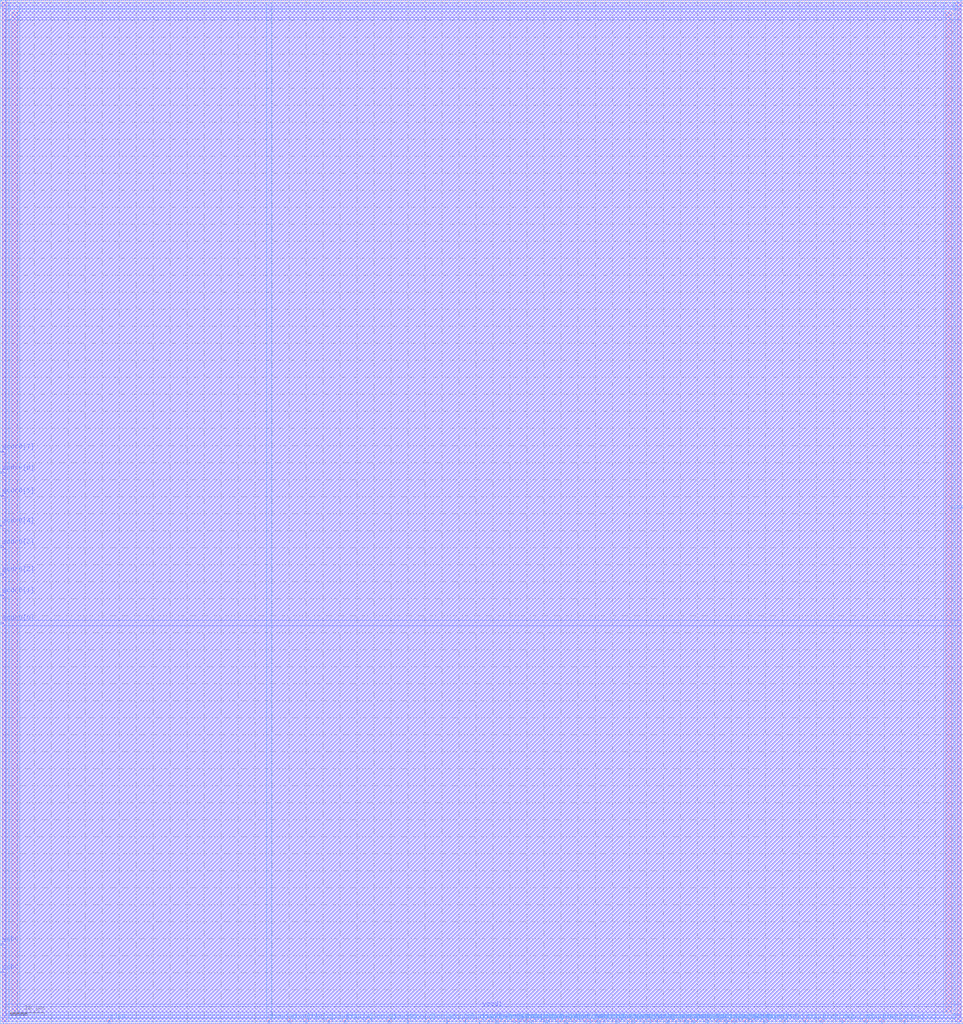
<source format=lef>
VERSION 5.4 ;
NAMESCASESENSITIVE ON ;
BUSBITCHARS "[]" ;
DIVIDERCHAR "/" ;
UNITS
  DATABASE MICRONS 2000 ;
END UNITS
MACRO sram_l1veri
   CLASS BLOCK ;
   SIZE 283.26 BY 300.94 ;
   SYMMETRY X Y R90 ;
   PIN din0[0]
      DIRECTION INPUT ;
      PORT
         LAYER met4 ;
         RECT  78.88 0.0 79.26 1.06 ;
      END
   END din0[0]
   PIN din0[1]
      DIRECTION INPUT ;
      PORT
         LAYER met4 ;
         RECT  85.0 0.0 85.38 1.06 ;
      END
   END din0[1]
   PIN din0[2]
      DIRECTION INPUT ;
      PORT
         LAYER met4 ;
         RECT  89.76 0.0 90.14 1.06 ;
      END
   END din0[2]
   PIN din0[3]
      DIRECTION INPUT ;
      PORT
         LAYER met4 ;
         RECT  96.56 0.0 96.94 1.06 ;
      END
   END din0[3]
   PIN din0[4]
      DIRECTION INPUT ;
      PORT
         LAYER met4 ;
         RECT  101.32 0.0 101.7 1.06 ;
      END
   END din0[4]
   PIN din0[5]
      DIRECTION INPUT ;
      PORT
         LAYER met4 ;
         RECT  108.12 0.0 108.5 1.06 ;
      END
   END din0[5]
   PIN din0[6]
      DIRECTION INPUT ;
      PORT
         LAYER met4 ;
         RECT  114.24 0.0 114.62 1.06 ;
      END
   END din0[6]
   PIN din0[7]
      DIRECTION INPUT ;
      PORT
         LAYER met4 ;
         RECT  119.68 0.0 120.06 1.06 ;
      END
   END din0[7]
   PIN din0[8]
      DIRECTION INPUT ;
      PORT
         LAYER met4 ;
         RECT  125.8 0.0 126.18 1.06 ;
      END
   END din0[8]
   PIN din0[9]
      DIRECTION INPUT ;
      PORT
         LAYER met4 ;
         RECT  131.24 0.0 131.62 1.06 ;
      END
   END din0[9]
   PIN din0[10]
      DIRECTION INPUT ;
      PORT
         LAYER met4 ;
         RECT  136.68 0.0 137.06 1.06 ;
      END
   END din0[10]
   PIN din0[11]
      DIRECTION INPUT ;
      PORT
         LAYER met4 ;
         RECT  143.48 0.0 143.86 1.06 ;
      END
   END din0[11]
   PIN din0[12]
      DIRECTION INPUT ;
      PORT
         LAYER met4 ;
         RECT  148.24 0.0 148.62 1.06 ;
      END
   END din0[12]
   PIN din0[13]
      DIRECTION INPUT ;
      PORT
         LAYER met4 ;
         RECT  154.36 0.0 154.74 1.06 ;
      END
   END din0[13]
   PIN din0[14]
      DIRECTION INPUT ;
      PORT
         LAYER met4 ;
         RECT  159.8 0.0 160.18 1.06 ;
      END
   END din0[14]
   PIN din0[15]
      DIRECTION INPUT ;
      PORT
         LAYER met4 ;
         RECT  165.92 0.0 166.3 1.06 ;
      END
   END din0[15]
   PIN din0[16]
      DIRECTION INPUT ;
      PORT
         LAYER met4 ;
         RECT  172.04 0.0 172.42 1.06 ;
      END
   END din0[16]
   PIN din0[17]
      DIRECTION INPUT ;
      PORT
         LAYER met4 ;
         RECT  177.48 0.0 177.86 1.06 ;
      END
   END din0[17]
   PIN din0[18]
      DIRECTION INPUT ;
      PORT
         LAYER met4 ;
         RECT  184.28 0.0 184.66 1.06 ;
      END
   END din0[18]
   PIN din0[19]
      DIRECTION INPUT ;
      PORT
         LAYER met4 ;
         RECT  189.04 0.0 189.42 1.06 ;
      END
   END din0[19]
   PIN din0[20]
      DIRECTION INPUT ;
      PORT
         LAYER met4 ;
         RECT  195.84 0.0 196.22 1.06 ;
      END
   END din0[20]
   PIN din0[21]
      DIRECTION INPUT ;
      PORT
         LAYER met4 ;
         RECT  201.96 0.0 202.34 1.06 ;
      END
   END din0[21]
   PIN din0[22]
      DIRECTION INPUT ;
      PORT
         LAYER met4 ;
         RECT  207.4 0.0 207.78 1.06 ;
      END
   END din0[22]
   PIN din0[23]
      DIRECTION INPUT ;
      PORT
         LAYER met4 ;
         RECT  212.84 0.0 213.22 1.06 ;
      END
   END din0[23]
   PIN din0[24]
      DIRECTION INPUT ;
      PORT
         LAYER met4 ;
         RECT  218.96 0.0 219.34 1.06 ;
      END
   END din0[24]
   PIN din0[25]
      DIRECTION INPUT ;
      PORT
         LAYER met4 ;
         RECT  225.08 0.0 225.46 1.06 ;
      END
   END din0[25]
   PIN din0[26]
      DIRECTION INPUT ;
      PORT
         LAYER met4 ;
         RECT  230.52 0.0 230.9 1.06 ;
      END
   END din0[26]
   PIN din0[27]
      DIRECTION INPUT ;
      PORT
         LAYER met4 ;
         RECT  236.64 0.0 237.02 1.06 ;
      END
   END din0[27]
   PIN din0[28]
      DIRECTION INPUT ;
      PORT
         LAYER met4 ;
         RECT  241.4 0.0 241.78 1.06 ;
      END
   END din0[28]
   PIN din0[29]
      DIRECTION INPUT ;
      PORT
         LAYER met4 ;
         RECT  247.52 0.0 247.9 1.06 ;
      END
   END din0[29]
   PIN din0[30]
      DIRECTION INPUT ;
      PORT
         LAYER met4 ;
         RECT  254.32 0.0 254.7 1.06 ;
      END
   END din0[30]
   PIN din0[31]
      DIRECTION INPUT ;
      PORT
         LAYER met4 ;
         RECT  259.08 0.0 259.46 1.06 ;
      END
   END din0[31]
   PIN din0[32]
      DIRECTION INPUT ;
      PORT
         LAYER met4 ;
         RECT  265.88 0.0 266.26 1.06 ;
      END
   END din0[32]
   PIN addr0[0]
      DIRECTION INPUT ;
      PORT
         LAYER met3 ;
         RECT  0.0 117.64 1.06 118.02 ;
      END
   END addr0[0]
   PIN addr0[1]
      DIRECTION INPUT ;
      PORT
         LAYER met3 ;
         RECT  0.0 125.8 1.06 126.18 ;
      END
   END addr0[1]
   PIN addr0[2]
      DIRECTION INPUT ;
      PORT
         LAYER met3 ;
         RECT  0.0 131.92 1.06 132.3 ;
      END
   END addr0[2]
   PIN addr0[3]
      DIRECTION INPUT ;
      PORT
         LAYER met3 ;
         RECT  0.0 140.08 1.06 140.46 ;
      END
   END addr0[3]
   PIN addr0[4]
      DIRECTION INPUT ;
      PORT
         LAYER met3 ;
         RECT  0.0 146.2 1.06 146.58 ;
      END
   END addr0[4]
   PIN addr0[5]
      DIRECTION INPUT ;
      PORT
         LAYER met3 ;
         RECT  0.0 155.04 1.06 155.42 ;
      END
   END addr0[5]
   PIN addr0[6]
      DIRECTION INPUT ;
      PORT
         LAYER met3 ;
         RECT  0.0 161.84 1.06 162.22 ;
      END
   END addr0[6]
   PIN addr0[7]
      DIRECTION INPUT ;
      PORT
         LAYER met3 ;
         RECT  0.0 167.96 1.06 168.34 ;
      END
   END addr0[7]
   PIN csb0
      DIRECTION INPUT ;
      PORT
         LAYER met3 ;
         RECT  0.0 14.96 1.06 15.34 ;
      END
   END csb0
   PIN web0
      DIRECTION INPUT ;
      PORT
         LAYER met3 ;
         RECT  0.0 23.12 1.06 23.5 ;
      END
   END web0
   PIN clk0
      DIRECTION INPUT ;
      PORT
         LAYER met4 ;
         RECT  31.96 0.0 32.34 1.06 ;
      END
   END clk0
   PIN dout0[0]
      DIRECTION OUTPUT ;
      PORT
         LAYER met4 ;
         RECT  140.76 0.0 141.14 1.06 ;
      END
   END dout0[0]
   PIN dout0[1]
      DIRECTION OUTPUT ;
      PORT
         LAYER met4 ;
         RECT  145.52 0.0 145.9 1.06 ;
      END
   END dout0[1]
   PIN dout0[2]
      DIRECTION OUTPUT ;
      PORT
         LAYER met4 ;
         RECT  146.2 0.0 146.58 1.06 ;
      END
   END dout0[2]
   PIN dout0[3]
      DIRECTION OUTPUT ;
      PORT
         LAYER met4 ;
         RECT  150.96 0.0 151.34 1.06 ;
      END
   END dout0[3]
   PIN dout0[4]
      DIRECTION OUTPUT ;
      PORT
         LAYER met4 ;
         RECT  152.32 0.0 152.7 1.06 ;
      END
   END dout0[4]
   PIN dout0[5]
      DIRECTION OUTPUT ;
      PORT
         LAYER met4 ;
         RECT  155.72 0.0 156.1 1.06 ;
      END
   END dout0[5]
   PIN dout0[6]
      DIRECTION OUTPUT ;
      PORT
         LAYER met4 ;
         RECT  156.4 0.0 156.78 1.06 ;
      END
   END dout0[6]
   PIN dout0[7]
      DIRECTION OUTPUT ;
      PORT
         LAYER met4 ;
         RECT  160.48 0.0 160.86 1.06 ;
      END
   END dout0[7]
   PIN dout0[8]
      DIRECTION OUTPUT ;
      PORT
         LAYER met4 ;
         RECT  161.16 0.0 161.54 1.06 ;
      END
   END dout0[8]
   PIN dout0[9]
      DIRECTION OUTPUT ;
      PORT
         LAYER met4 ;
         RECT  163.88 0.0 164.26 1.06 ;
      END
   END dout0[9]
   PIN dout0[10]
      DIRECTION OUTPUT ;
      PORT
         LAYER met4 ;
         RECT  166.6 0.0 166.98 1.06 ;
      END
   END dout0[10]
   PIN dout0[11]
      DIRECTION OUTPUT ;
      PORT
         LAYER met4 ;
         RECT  168.64 0.0 169.02 1.06 ;
      END
   END dout0[11]
   PIN dout0[12]
      DIRECTION OUTPUT ;
      PORT
         LAYER met4 ;
         RECT  173.4 0.0 173.78 1.06 ;
      END
   END dout0[12]
   PIN dout0[13]
      DIRECTION OUTPUT ;
      PORT
         LAYER met4 ;
         RECT  175.44 0.0 175.82 1.06 ;
      END
   END dout0[13]
   PIN dout0[14]
      DIRECTION OUTPUT ;
      PORT
         LAYER met4 ;
         RECT  176.12 0.0 176.5 1.06 ;
      END
   END dout0[14]
   PIN dout0[15]
      DIRECTION OUTPUT ;
      PORT
         LAYER met4 ;
         RECT  180.88 0.0 181.26 1.06 ;
      END
   END dout0[15]
   PIN dout0[16]
      DIRECTION OUTPUT ;
      PORT
         LAYER met4 ;
         RECT  181.56 0.0 181.94 1.06 ;
      END
   END dout0[16]
   PIN dout0[17]
      DIRECTION OUTPUT ;
      PORT
         LAYER met4 ;
         RECT  185.64 0.0 186.02 1.06 ;
      END
   END dout0[17]
   PIN dout0[18]
      DIRECTION OUTPUT ;
      PORT
         LAYER met4 ;
         RECT  186.32 0.0 186.7 1.06 ;
      END
   END dout0[18]
   PIN dout0[19]
      DIRECTION OUTPUT ;
      PORT
         LAYER met4 ;
         RECT  191.08 0.0 191.46 1.06 ;
      END
   END dout0[19]
   PIN dout0[20]
      DIRECTION OUTPUT ;
      PORT
         LAYER met4 ;
         RECT  193.12 0.0 193.5 1.06 ;
      END
   END dout0[20]
   PIN dout0[21]
      DIRECTION OUTPUT ;
      PORT
         LAYER met4 ;
         RECT  196.52 0.0 196.9 1.06 ;
      END
   END dout0[21]
   PIN dout0[22]
      DIRECTION OUTPUT ;
      PORT
         LAYER met4 ;
         RECT  198.56 0.0 198.94 1.06 ;
      END
   END dout0[22]
   PIN dout0[23]
      DIRECTION OUTPUT ;
      PORT
         LAYER met4 ;
         RECT  201.28 0.0 201.66 1.06 ;
      END
   END dout0[23]
   PIN dout0[24]
      DIRECTION OUTPUT ;
      PORT
         LAYER met4 ;
         RECT  203.32 0.0 203.7 1.06 ;
      END
   END dout0[24]
   PIN dout0[25]
      DIRECTION OUTPUT ;
      PORT
         LAYER met4 ;
         RECT  204.0 0.0 204.38 1.06 ;
      END
   END dout0[25]
   PIN dout0[26]
      DIRECTION OUTPUT ;
      PORT
         LAYER met4 ;
         RECT  208.08 0.0 208.46 1.06 ;
      END
   END dout0[26]
   PIN dout0[27]
      DIRECTION OUTPUT ;
      PORT
         LAYER met4 ;
         RECT  210.8 0.0 211.18 1.06 ;
      END
   END dout0[27]
   PIN dout0[28]
      DIRECTION OUTPUT ;
      PORT
         LAYER met4 ;
         RECT  213.52 0.0 213.9 1.06 ;
      END
   END dout0[28]
   PIN dout0[29]
      DIRECTION OUTPUT ;
      PORT
         LAYER met4 ;
         RECT  215.56 0.0 215.94 1.06 ;
      END
   END dout0[29]
   PIN dout0[30]
      DIRECTION OUTPUT ;
      PORT
         LAYER met4 ;
         RECT  216.24 0.0 216.62 1.06 ;
      END
   END dout0[30]
   PIN dout0[31]
      DIRECTION OUTPUT ;
      PORT
         LAYER met4 ;
         RECT  221.0 0.0 221.38 1.06 ;
      END
   END dout0[31]
   PIN dout0[32]
      DIRECTION OUTPUT ;
      PORT
         LAYER met4 ;
         RECT  224.4 0.0 224.78 1.06 ;
      END
   END dout0[32]
   PIN vccd1
      DIRECTION INOUT ;
      USE POWER ; 
      SHAPE ABUTMENT ; 
      PORT
         LAYER met4 ;
         RECT  3.4 3.4 5.14 297.54 ;
         LAYER met3 ;
         RECT  3.4 295.8 279.86 297.54 ;
         LAYER met4 ;
         RECT  278.12 3.4 279.86 297.54 ;
         LAYER met3 ;
         RECT  3.4 3.4 279.86 5.14 ;
      END
   END vccd1
   PIN vssd1
      DIRECTION INOUT ;
      USE GROUND ; 
      SHAPE ABUTMENT ; 
      PORT
         LAYER met4 ;
         RECT  0.0 0.0 1.74 300.94 ;
         LAYER met3 ;
         RECT  0.0 299.2 283.26 300.94 ;
         LAYER met3 ;
         RECT  0.0 0.0 283.26 1.74 ;
         LAYER met4 ;
         RECT  281.52 0.0 283.26 300.94 ;
      END
   END vssd1
   OBS
   LAYER  met1 ;
      RECT  0.62 0.62 282.64 300.32 ;
   LAYER  met2 ;
      RECT  0.62 0.62 282.64 300.32 ;
   LAYER  met3 ;
      RECT  1.66 117.04 282.64 118.62 ;
      RECT  0.62 118.62 1.66 125.2 ;
      RECT  0.62 126.78 1.66 131.32 ;
      RECT  0.62 132.9 1.66 139.48 ;
      RECT  0.62 141.06 1.66 145.6 ;
      RECT  0.62 147.18 1.66 154.44 ;
      RECT  0.62 156.02 1.66 161.24 ;
      RECT  0.62 162.82 1.66 167.36 ;
      RECT  0.62 15.94 1.66 22.52 ;
      RECT  0.62 24.1 1.66 117.04 ;
      RECT  1.66 118.62 2.8 295.2 ;
      RECT  1.66 295.2 2.8 298.14 ;
      RECT  2.8 118.62 280.46 295.2 ;
      RECT  280.46 118.62 282.64 295.2 ;
      RECT  280.46 295.2 282.64 298.14 ;
      RECT  1.66 2.8 2.8 5.74 ;
      RECT  1.66 5.74 2.8 117.04 ;
      RECT  2.8 5.74 280.46 117.04 ;
      RECT  280.46 2.8 282.64 5.74 ;
      RECT  280.46 5.74 282.64 117.04 ;
      RECT  0.62 168.94 1.66 298.6 ;
      RECT  1.66 298.14 2.8 298.6 ;
      RECT  2.8 298.14 280.46 298.6 ;
      RECT  280.46 298.14 282.64 298.6 ;
      RECT  0.62 2.34 1.66 14.36 ;
      RECT  1.66 2.34 2.8 2.8 ;
      RECT  2.8 2.34 280.46 2.8 ;
      RECT  280.46 2.34 282.64 2.8 ;
   LAYER  met4 ;
      RECT  78.28 1.66 79.86 300.32 ;
      RECT  79.86 0.62 84.4 1.66 ;
      RECT  85.98 0.62 89.16 1.66 ;
      RECT  90.74 0.62 95.96 1.66 ;
      RECT  97.54 0.62 100.72 1.66 ;
      RECT  102.3 0.62 107.52 1.66 ;
      RECT  109.1 0.62 113.64 1.66 ;
      RECT  115.22 0.62 119.08 1.66 ;
      RECT  120.66 0.62 125.2 1.66 ;
      RECT  126.78 0.62 130.64 1.66 ;
      RECT  132.22 0.62 136.08 1.66 ;
      RECT  226.06 0.62 229.92 1.66 ;
      RECT  231.5 0.62 236.04 1.66 ;
      RECT  237.62 0.62 240.8 1.66 ;
      RECT  242.38 0.62 246.92 1.66 ;
      RECT  248.5 0.62 253.72 1.66 ;
      RECT  255.3 0.62 258.48 1.66 ;
      RECT  260.06 0.62 265.28 1.66 ;
      RECT  32.94 0.62 78.28 1.66 ;
      RECT  137.66 0.62 140.16 1.66 ;
      RECT  141.74 0.62 142.88 1.66 ;
      RECT  144.46 0.62 144.92 1.66 ;
      RECT  147.18 0.62 147.64 1.66 ;
      RECT  149.22 0.62 150.36 1.66 ;
      RECT  153.3 0.62 153.76 1.66 ;
      RECT  157.38 0.62 159.2 1.66 ;
      RECT  162.14 0.62 163.28 1.66 ;
      RECT  164.86 0.62 165.32 1.66 ;
      RECT  167.58 0.62 168.04 1.66 ;
      RECT  169.62 0.62 171.44 1.66 ;
      RECT  174.38 0.62 174.84 1.66 ;
      RECT  178.46 0.62 180.28 1.66 ;
      RECT  182.54 0.62 183.68 1.66 ;
      RECT  187.3 0.62 188.44 1.66 ;
      RECT  190.02 0.62 190.48 1.66 ;
      RECT  192.06 0.62 192.52 1.66 ;
      RECT  194.1 0.62 195.24 1.66 ;
      RECT  197.5 0.62 197.96 1.66 ;
      RECT  199.54 0.62 200.68 1.66 ;
      RECT  204.98 0.62 206.8 1.66 ;
      RECT  209.06 0.62 210.2 1.66 ;
      RECT  211.78 0.62 212.24 1.66 ;
      RECT  214.5 0.62 214.96 1.66 ;
      RECT  217.22 0.62 218.36 1.66 ;
      RECT  219.94 0.62 220.4 1.66 ;
      RECT  221.98 0.62 223.8 1.66 ;
      RECT  2.8 1.66 5.74 2.8 ;
      RECT  2.8 298.14 5.74 300.32 ;
      RECT  5.74 1.66 78.28 2.8 ;
      RECT  5.74 2.8 78.28 298.14 ;
      RECT  5.74 298.14 78.28 300.32 ;
      RECT  79.86 1.66 277.52 2.8 ;
      RECT  79.86 2.8 277.52 298.14 ;
      RECT  79.86 298.14 277.52 300.32 ;
      RECT  277.52 1.66 280.46 2.8 ;
      RECT  277.52 298.14 280.46 300.32 ;
      RECT  2.34 0.62 31.36 1.66 ;
      RECT  2.34 1.66 2.8 2.8 ;
      RECT  2.34 2.8 2.8 298.14 ;
      RECT  2.34 298.14 2.8 300.32 ;
      RECT  266.86 0.62 280.92 1.66 ;
      RECT  280.46 1.66 280.92 2.8 ;
      RECT  280.46 2.8 280.92 298.14 ;
      RECT  280.46 298.14 280.92 300.32 ;
   END
END    sram_l1veri
END    LIBRARY

</source>
